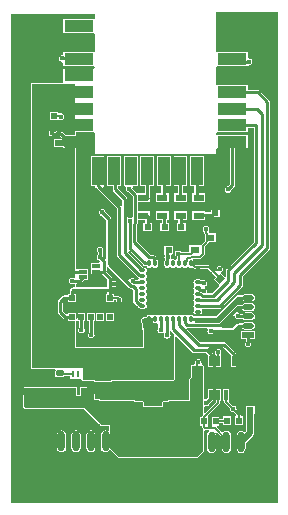
<source format=gtl>
G04 Layer_Physical_Order=1*
G04 Layer_Color=255*
%FSLAX44Y44*%
%MOMM*%
G71*
G01*
G75*
%ADD10R,2.4500X1.0000*%
%ADD11R,1.0000X2.4500*%
%ADD12R,0.6000X0.5000*%
G04:AMPARAMS|DCode=13|XSize=0.32mm|YSize=0.36mm|CornerRadius=0.08mm|HoleSize=0mm|Usage=FLASHONLY|Rotation=270.000|XOffset=0mm|YOffset=0mm|HoleType=Round|Shape=RoundedRectangle|*
%AMROUNDEDRECTD13*
21,1,0.3200,0.2000,0,0,270.0*
21,1,0.1600,0.3600,0,0,270.0*
1,1,0.1600,-0.1000,-0.0800*
1,1,0.1600,-0.1000,0.0800*
1,1,0.1600,0.1000,0.0800*
1,1,0.1600,0.1000,-0.0800*
%
%ADD13ROUNDEDRECTD13*%
G04:AMPARAMS|DCode=14|XSize=0.32mm|YSize=0.36mm|CornerRadius=0.08mm|HoleSize=0mm|Usage=FLASHONLY|Rotation=0.000|XOffset=0mm|YOffset=0mm|HoleType=Round|Shape=RoundedRectangle|*
%AMROUNDEDRECTD14*
21,1,0.3200,0.2000,0,0,0.0*
21,1,0.1600,0.3600,0,0,0.0*
1,1,0.1600,0.0800,-0.1000*
1,1,0.1600,-0.0800,-0.1000*
1,1,0.1600,-0.0800,0.1000*
1,1,0.1600,0.0800,0.1000*
%
%ADD14ROUNDEDRECTD14*%
%ADD15R,0.7300X0.3500*%
%ADD16R,0.5000X0.5000*%
%ADD17R,0.5000X0.5000*%
%ADD18R,0.9144X0.6096*%
%ADD19R,0.6096X0.5080*%
%ADD20R,0.7500X0.6000*%
G04:AMPARAMS|DCode=21|XSize=0.5mm|YSize=0.6mm|CornerRadius=0mm|HoleSize=0mm|Usage=FLASHONLY|Rotation=135.000|XOffset=0mm|YOffset=0mm|HoleType=Round|Shape=Rectangle|*
%AMROTATEDRECTD21*
4,1,4,0.3889,0.0353,-0.0353,-0.3889,-0.3889,-0.0353,0.0353,0.3889,0.3889,0.0353,0.0*
%
%ADD21ROTATEDRECTD21*%

%ADD22R,1.5000X1.0000*%
%ADD23R,1.0000X0.5000*%
G04:AMPARAMS|DCode=24|XSize=0.5mm|YSize=1mm|CornerRadius=0.25mm|HoleSize=0mm|Usage=FLASHONLY|Rotation=270.000|XOffset=0mm|YOffset=0mm|HoleType=Round|Shape=RoundedRectangle|*
%AMROUNDEDRECTD24*
21,1,0.5000,0.5000,0,0,270.0*
21,1,0.0000,1.0000,0,0,270.0*
1,1,0.5000,-0.2500,0.0000*
1,1,0.5000,-0.2500,0.0000*
1,1,0.5000,0.2500,0.0000*
1,1,0.5000,0.2500,0.0000*
%
%ADD24ROUNDEDRECTD24*%
%ADD25R,1.5000X1.2000*%
%ADD26R,0.5080X0.6096*%
G04:AMPARAMS|DCode=27|XSize=0.6096mm|YSize=0.9144mm|CornerRadius=0.1524mm|HoleSize=0mm|Usage=FLASHONLY|Rotation=270.000|XOffset=0mm|YOffset=0mm|HoleType=Round|Shape=RoundedRectangle|*
%AMROUNDEDRECTD27*
21,1,0.6096,0.6096,0,0,270.0*
21,1,0.3048,0.9144,0,0,270.0*
1,1,0.3048,-0.3048,-0.1524*
1,1,0.3048,-0.3048,0.1524*
1,1,0.3048,0.3048,0.1524*
1,1,0.3048,0.3048,-0.1524*
%
%ADD27ROUNDEDRECTD27*%
%ADD28R,1.4000X1.1000*%
G04:AMPARAMS|DCode=29|XSize=0.508mm|YSize=0.6096mm|CornerRadius=0.127mm|HoleSize=0mm|Usage=FLASHONLY|Rotation=270.000|XOffset=0mm|YOffset=0mm|HoleType=Round|Shape=RoundedRectangle|*
%AMROUNDEDRECTD29*
21,1,0.5080,0.3556,0,0,270.0*
21,1,0.2540,0.6096,0,0,270.0*
1,1,0.2540,-0.1778,-0.1270*
1,1,0.2540,-0.1778,0.1270*
1,1,0.2540,0.1778,0.1270*
1,1,0.2540,0.1778,-0.1270*
%
%ADD29ROUNDEDRECTD29*%
%ADD30R,0.5080X0.5080*%
%ADD31R,0.2540X0.5588*%
%ADD32R,0.5000X0.6000*%
G04:AMPARAMS|DCode=33|XSize=0.6096mm|YSize=1.7018mm|CornerRadius=0.3048mm|HoleSize=0mm|Usage=FLASHONLY|Rotation=0.000|XOffset=0mm|YOffset=0mm|HoleType=Round|Shape=RoundedRectangle|*
%AMROUNDEDRECTD33*
21,1,0.6096,1.0922,0,0,0.0*
21,1,0.0000,1.7018,0,0,0.0*
1,1,0.6096,0.0000,-0.5461*
1,1,0.6096,0.0000,-0.5461*
1,1,0.6096,0.0000,0.5461*
1,1,0.6096,0.0000,0.5461*
%
%ADD33ROUNDEDRECTD33*%
G04:AMPARAMS|DCode=34|XSize=2.8194mm|YSize=1.016mm|CornerRadius=0.508mm|HoleSize=0mm|Usage=FLASHONLY|Rotation=90.000|XOffset=0mm|YOffset=0mm|HoleType=Round|Shape=RoundedRectangle|*
%AMROUNDEDRECTD34*
21,1,2.8194,0.0000,0,0,90.0*
21,1,1.8034,1.0160,0,0,90.0*
1,1,1.0160,0.0000,0.9017*
1,1,1.0160,0.0000,-0.9017*
1,1,1.0160,0.0000,-0.9017*
1,1,1.0160,0.0000,0.9017*
%
%ADD34ROUNDEDRECTD34*%
G04:AMPARAMS|DCode=35|XSize=2mm|YSize=1.1mm|CornerRadius=0.275mm|HoleSize=0mm|Usage=FLASHONLY|Rotation=0.000|XOffset=0mm|YOffset=0mm|HoleType=Round|Shape=RoundedRectangle|*
%AMROUNDEDRECTD35*
21,1,2.0000,0.5500,0,0,0.0*
21,1,1.4500,1.1000,0,0,0.0*
1,1,0.5500,0.7250,-0.2750*
1,1,0.5500,-0.7250,-0.2750*
1,1,0.5500,-0.7250,0.2750*
1,1,0.5500,0.7250,0.2750*
%
%ADD35ROUNDEDRECTD35*%
%ADD36R,0.3000X0.8500*%
%ADD37R,1.6002X0.9144*%
%ADD38R,3.4500X3.4500*%
%ADD39O,0.6000X0.3000*%
%ADD40O,0.3000X0.6000*%
%ADD41C,0.2540*%
%ADD42C,0.1270*%
%ADD43C,0.5000*%
%ADD44C,0.4000*%
G36*
X438000Y1643762D02*
X429918D01*
X427765Y1645915D01*
X427093Y1646364D01*
X426372Y1646507D01*
X426126Y1646876D01*
X425610Y1647221D01*
X425000Y1647343D01*
X423000D01*
X422391Y1647221D01*
X421874Y1646876D01*
X421637Y1646522D01*
X420363D01*
X420126Y1646876D01*
X419609Y1647221D01*
X419000Y1647343D01*
X417000D01*
X416391Y1647221D01*
X415874Y1646876D01*
X415529Y1646359D01*
X415407Y1645750D01*
Y1644150D01*
X415529Y1643540D01*
X415874Y1643024D01*
X416391Y1642679D01*
X417000Y1642557D01*
X417175D01*
X417207Y1642536D01*
X418000Y1642378D01*
X425442D01*
X426385Y1641435D01*
X425899Y1640262D01*
X420238D01*
Y1633738D01*
X427762D01*
X427988Y1632562D01*
Y1632238D01*
X438000D01*
Y1523429D01*
X436730Y1522750D01*
X436578Y1522852D01*
X435500Y1523066D01*
X434422Y1522852D01*
X433509Y1522241D01*
X432898Y1521328D01*
X432684Y1520250D01*
X432898Y1519172D01*
X433509Y1518259D01*
X434422Y1517648D01*
X435500Y1517434D01*
X436578Y1517648D01*
X436730Y1517750D01*
X438000Y1517071D01*
Y1514822D01*
X436500D01*
X436500Y1514822D01*
X435707Y1514664D01*
X435035Y1514215D01*
X435035Y1514215D01*
X433785Y1512965D01*
X433336Y1512293D01*
X433178Y1511500D01*
X433178Y1511500D01*
Y1509012D01*
X431988D01*
Y1507822D01*
X428500D01*
X428500Y1507822D01*
X427707Y1507664D01*
X427035Y1507215D01*
X427035Y1507215D01*
X423785Y1503965D01*
X423336Y1503293D01*
X423178Y1502500D01*
X423178Y1502500D01*
Y1493500D01*
X423178Y1493500D01*
X423336Y1492707D01*
X423785Y1492035D01*
X427535Y1488285D01*
X427535Y1488285D01*
X428207Y1487836D01*
X429000Y1487678D01*
X431988D01*
Y1486488D01*
X438000D01*
Y1463000D01*
X496250D01*
Y1488750D01*
X503470D01*
Y1486450D01*
X503645Y1485567D01*
X504145Y1484819D01*
X504893Y1484319D01*
X505776Y1484144D01*
X506659Y1484319D01*
X506908Y1484486D01*
X508178Y1483862D01*
Y1480371D01*
X507648Y1479578D01*
X507434Y1478500D01*
X507648Y1477422D01*
X508259Y1476509D01*
X509172Y1475898D01*
X510250Y1475684D01*
X511328Y1475898D01*
X511923Y1476296D01*
X513008Y1476048D01*
X513331Y1475854D01*
X513488Y1475212D01*
X513398Y1475078D01*
X513184Y1474000D01*
X513398Y1472922D01*
X514009Y1472009D01*
X514922Y1471398D01*
X516000Y1471184D01*
X517078Y1471398D01*
X517991Y1472009D01*
X518602Y1472922D01*
X518816Y1474000D01*
X518602Y1475078D01*
X517991Y1475991D01*
X517848Y1476087D01*
Y1477413D01*
X519118Y1477798D01*
X519311Y1477509D01*
X522000Y1474820D01*
Y1437250D01*
X521459Y1436500D01*
X444250D01*
Y1446250D01*
X401500D01*
Y1686750D01*
X438000D01*
Y1643762D01*
D02*
G37*
G36*
X609500Y1332250D02*
X384000D01*
Y1746250D01*
X454500D01*
Y1742830D01*
X454012Y1741762D01*
X453230Y1741762D01*
X427988D01*
Y1730238D01*
X453230D01*
X454012Y1730238D01*
X454500Y1729170D01*
Y1714830D01*
X454012Y1713762D01*
X453230Y1713762D01*
X427988D01*
Y1712121D01*
X427006Y1711315D01*
X427000Y1711316D01*
X425922Y1711102D01*
X425009Y1710491D01*
X424398Y1709578D01*
X424184Y1708500D01*
X424398Y1707422D01*
X425009Y1706509D01*
X425922Y1705898D01*
X427000Y1705684D01*
X427006Y1705685D01*
X427988Y1704879D01*
Y1702238D01*
X453230D01*
X454012Y1702238D01*
X454500Y1701170D01*
Y1700830D01*
X454012Y1699762D01*
X453230Y1699762D01*
X427988D01*
Y1688845D01*
X427988Y1688238D01*
X426993Y1687575D01*
X401500D01*
X400917Y1687333D01*
X400675Y1686750D01*
Y1446250D01*
X400917Y1445667D01*
X401500Y1445425D01*
X420724D01*
X420869Y1445252D01*
X421287Y1444155D01*
X421058Y1443813D01*
X420900Y1443020D01*
Y1440480D01*
X421058Y1439687D01*
X421507Y1439015D01*
X422179Y1438566D01*
X422972Y1438408D01*
X426528D01*
X427321Y1438566D01*
X427993Y1439015D01*
X428219Y1439354D01*
X433718D01*
Y1437310D01*
X437448D01*
X437782Y1437310D01*
X439052Y1437310D01*
X442576Y1437310D01*
X443254Y1436663D01*
X443494Y1436335D01*
X443667Y1435917D01*
X444250Y1435675D01*
X453488D01*
Y1434488D01*
X469012D01*
Y1435675D01*
X521459D01*
X521524Y1435702D01*
X521591Y1435686D01*
X521808Y1435820D01*
X522043Y1435917D01*
X522069Y1435981D01*
X522128Y1436018D01*
X522669Y1436768D01*
X522728Y1437015D01*
X522825Y1437250D01*
Y1472336D01*
X523998Y1472822D01*
X537035Y1459785D01*
X537035Y1459785D01*
X537707Y1459336D01*
X538500Y1459178D01*
X538500Y1459178D01*
X548392D01*
X549685Y1457885D01*
X550488Y1457012D01*
X550488D01*
X550488Y1457012D01*
Y1446988D01*
X555012D01*
Y1457012D01*
X555012D01*
X554739Y1458169D01*
X554664Y1458543D01*
X554215Y1459215D01*
X554215Y1459215D01*
X550772Y1462658D01*
X550787Y1462901D01*
X551185Y1463928D01*
X563142D01*
X569185Y1457885D01*
X569988Y1457012D01*
X569988D01*
X569988Y1457012D01*
Y1446988D01*
X574512D01*
Y1457012D01*
X574512D01*
X574239Y1458169D01*
X574164Y1458543D01*
X573715Y1459215D01*
X573715Y1459215D01*
X565465Y1467465D01*
X564793Y1467914D01*
X564000Y1468072D01*
X564000Y1468072D01*
X543358D01*
X532715Y1478715D01*
X532715Y1478715D01*
X532184Y1479246D01*
X532699Y1480322D01*
X532798Y1480428D01*
X549690D01*
X550369Y1479158D01*
X550148Y1478828D01*
X549934Y1477750D01*
X550148Y1476672D01*
X550759Y1475759D01*
X551672Y1475148D01*
X552750Y1474934D01*
X553828Y1475148D01*
X554621Y1475678D01*
X572000D01*
X572000Y1475678D01*
X572793Y1475836D01*
X573465Y1476285D01*
X577108Y1479928D01*
X579461D01*
X579648Y1479648D01*
X580727Y1478927D01*
X582000Y1478674D01*
X587000D01*
X588273Y1478927D01*
X589352Y1479648D01*
X590073Y1480727D01*
X590326Y1482000D01*
X590073Y1483273D01*
X589352Y1484352D01*
X588273Y1485073D01*
X587000Y1485326D01*
X582000D01*
X580727Y1485073D01*
X579648Y1484352D01*
X579461Y1484072D01*
X576250D01*
X576250Y1484072D01*
X575457Y1483914D01*
X574785Y1483465D01*
X574785Y1483465D01*
X571142Y1479822D01*
X562435D01*
X562037Y1480849D01*
X562022Y1481092D01*
X571753Y1490823D01*
X572783Y1490323D01*
X572941Y1490215D01*
X573148Y1489172D01*
X573759Y1488259D01*
X574672Y1487648D01*
X575750Y1487434D01*
X576828Y1487648D01*
X577247Y1487928D01*
X579461D01*
X579648Y1487648D01*
X580727Y1486927D01*
X582000Y1486674D01*
X587000D01*
X588273Y1486927D01*
X589352Y1487648D01*
X590073Y1488727D01*
X590326Y1490000D01*
X590073Y1491273D01*
X589352Y1492352D01*
X588273Y1493073D01*
X587000Y1493326D01*
X582000D01*
X580727Y1493073D01*
X579648Y1492352D01*
X579461Y1492072D01*
X577854D01*
X577741Y1492241D01*
X576828Y1492852D01*
X575785Y1493059D01*
X575677Y1493217D01*
X575177Y1494247D01*
X576858Y1495928D01*
X579461D01*
X579648Y1495648D01*
X580727Y1494927D01*
X582000Y1494674D01*
X587000D01*
X588273Y1494927D01*
X589352Y1495648D01*
X590073Y1496727D01*
X590326Y1498000D01*
X590073Y1499273D01*
X589352Y1500352D01*
X588273Y1501073D01*
X587000Y1501326D01*
X582000D01*
X580727Y1501073D01*
X579648Y1500352D01*
X579461Y1500072D01*
X576000D01*
X575207Y1499914D01*
X574535Y1499465D01*
X574535Y1499465D01*
X559642Y1484572D01*
X540073D01*
X539598Y1485045D01*
X539352Y1485842D01*
X539388Y1485878D01*
X557700D01*
X557700Y1485878D01*
X558493Y1486036D01*
X559165Y1486485D01*
X576608Y1503928D01*
X579461D01*
X579648Y1503648D01*
X580727Y1502927D01*
X582000Y1502674D01*
X587000D01*
X588273Y1502927D01*
X589352Y1503648D01*
X590073Y1504727D01*
X590326Y1506000D01*
X590073Y1507273D01*
X589352Y1508352D01*
X588273Y1509073D01*
X587000Y1509326D01*
X582000D01*
X580727Y1509073D01*
X579648Y1508352D01*
X579461Y1508072D01*
X575750D01*
X574957Y1507914D01*
X574285Y1507465D01*
X574285Y1507465D01*
X556842Y1490022D01*
X537969D01*
X537907Y1490333D01*
X537407Y1491081D01*
X536659Y1491581D01*
X535776Y1491756D01*
X534893Y1491581D01*
X534145Y1491081D01*
X533998Y1490861D01*
X532554Y1490861D01*
X532407Y1491081D01*
X531659Y1491581D01*
X530776Y1491756D01*
X529893Y1491581D01*
X529145Y1491081D01*
X528998Y1490861D01*
X527554D01*
X527407Y1491081D01*
X526659Y1491581D01*
X525776Y1491756D01*
X524893Y1491581D01*
X524145Y1491081D01*
X523998Y1490861D01*
X522554D01*
X522407Y1491081D01*
X521659Y1491581D01*
X520776Y1491756D01*
X519893Y1491581D01*
X519145Y1491081D01*
X518998Y1490861D01*
X517554D01*
X517407Y1491081D01*
X516659Y1491581D01*
X515776Y1491756D01*
X514893Y1491581D01*
X514145Y1491081D01*
X513998Y1490861D01*
X512554Y1490861D01*
X512407Y1491081D01*
X511659Y1491581D01*
X510776Y1491756D01*
X509893Y1491581D01*
X509145Y1491081D01*
X508998Y1490860D01*
X507554Y1490860D01*
X507407Y1491081D01*
X506659Y1491581D01*
X505776Y1491756D01*
X504893Y1491581D01*
X504145Y1491081D01*
X503998Y1490861D01*
X502554Y1490861D01*
X502407Y1491081D01*
X501659Y1491581D01*
X500776Y1491756D01*
X499893Y1491581D01*
X499145Y1491081D01*
X498645Y1490333D01*
X498494Y1489575D01*
X496250D01*
X495667Y1489333D01*
X495584Y1489134D01*
X495172Y1489052D01*
X494259Y1488441D01*
X493648Y1487528D01*
X493434Y1486450D01*
X493648Y1485372D01*
X494178Y1484579D01*
Y1481000D01*
X494178Y1481000D01*
X494336Y1480207D01*
X494785Y1479535D01*
X495425Y1478895D01*
Y1463825D01*
X438825D01*
Y1485528D01*
X438825Y1486169D01*
X438920Y1486251D01*
X439908Y1486470D01*
X440032Y1486471D01*
X441178Y1486037D01*
Y1480371D01*
X440648Y1479578D01*
X440434Y1478500D01*
X440648Y1477422D01*
X441259Y1476509D01*
X442172Y1475898D01*
X443250Y1475684D01*
X444328Y1475898D01*
X445241Y1476509D01*
X445852Y1477422D01*
X446066Y1478500D01*
X445852Y1479578D01*
X445322Y1480371D01*
Y1486488D01*
X446512D01*
Y1493012D01*
X439988D01*
Y1488396D01*
X438718Y1487820D01*
X438512Y1488000D01*
Y1493012D01*
X431988D01*
Y1491822D01*
X429858D01*
X427322Y1494358D01*
Y1501642D01*
X429358Y1503678D01*
X431988D01*
Y1502488D01*
X438512D01*
Y1509012D01*
X437322D01*
Y1510642D01*
X437358Y1510678D01*
X465178D01*
Y1509012D01*
X463988D01*
Y1502488D01*
X470512D01*
Y1504238D01*
X472407D01*
Y1503500D01*
X472529Y1502891D01*
X472874Y1502374D01*
X473391Y1502029D01*
X474000Y1501907D01*
X476000D01*
X476609Y1502029D01*
X477126Y1502374D01*
X477471Y1502891D01*
X477593Y1503500D01*
Y1505100D01*
X477471Y1505710D01*
X477126Y1506226D01*
X476609Y1506571D01*
X476133Y1506666D01*
X476069Y1506819D01*
X475000Y1507262D01*
X470512D01*
Y1509012D01*
X469322D01*
Y1514638D01*
X469650Y1514907D01*
X471250D01*
X471860Y1515029D01*
X472376Y1515374D01*
X472721Y1515891D01*
X472843Y1516500D01*
Y1518500D01*
X472721Y1519109D01*
X472376Y1519626D01*
X471860Y1519971D01*
X471250Y1520093D01*
X469650D01*
X469322Y1520362D01*
Y1522250D01*
X469322Y1522250D01*
X469164Y1523043D01*
X468715Y1523715D01*
X464338Y1528092D01*
X464414Y1528207D01*
X464572Y1529000D01*
Y1531500D01*
X465842Y1532026D01*
X483685Y1514183D01*
X483685Y1514183D01*
X484357Y1513734D01*
X485150Y1513576D01*
X485150Y1513576D01*
X485744D01*
X487099Y1512222D01*
Y1503061D01*
X487098Y1503061D01*
X487256Y1502268D01*
X487705Y1501596D01*
X490348Y1498953D01*
X490348Y1498953D01*
X491020Y1498504D01*
X491060Y1498496D01*
X491145Y1498067D01*
X491645Y1497319D01*
X492393Y1496819D01*
X493276Y1496644D01*
X496276D01*
X497159Y1496819D01*
X497907Y1497319D01*
X498407Y1498067D01*
X498582Y1498950D01*
X498407Y1499833D01*
X497907Y1500581D01*
X497687Y1500728D01*
X497687Y1502172D01*
X497907Y1502319D01*
X498407Y1503067D01*
X498582Y1503950D01*
X498407Y1504833D01*
X497907Y1505581D01*
X497687Y1505728D01*
Y1507172D01*
X497907Y1507319D01*
X498407Y1508067D01*
X498582Y1508950D01*
X498407Y1509833D01*
X497907Y1510581D01*
X497687Y1510728D01*
X497687Y1512172D01*
X497907Y1512319D01*
X498407Y1513067D01*
X498582Y1513950D01*
X498407Y1514833D01*
X497907Y1515581D01*
X497687Y1515728D01*
X497687Y1517172D01*
X497907Y1517319D01*
X498407Y1518067D01*
X498582Y1518950D01*
X498407Y1519833D01*
X497907Y1520581D01*
X497687Y1520728D01*
X497687Y1522172D01*
X497907Y1522319D01*
X498407Y1523067D01*
X498582Y1523950D01*
X498407Y1524833D01*
X497907Y1525581D01*
X497687Y1525728D01*
Y1527172D01*
X497907Y1527319D01*
X498407Y1528067D01*
X498582Y1528950D01*
X498407Y1529833D01*
X497907Y1530581D01*
X497159Y1531081D01*
X496276Y1531256D01*
X495400D01*
X482525Y1544131D01*
X482607Y1544667D01*
X483959Y1545111D01*
X495585Y1533485D01*
X495585Y1533485D01*
X496257Y1533036D01*
X497050Y1532878D01*
X497050Y1532878D01*
X498583D01*
X498645Y1532567D01*
X499145Y1531819D01*
X499893Y1531319D01*
X500776Y1531144D01*
X501659Y1531319D01*
X502407Y1531819D01*
X502554Y1532039D01*
X503998D01*
X504145Y1531819D01*
X504893Y1531319D01*
X505776Y1531144D01*
X506659Y1531319D01*
X507407Y1531819D01*
X507907Y1532567D01*
X508082Y1533450D01*
Y1536450D01*
X507907Y1537333D01*
X507407Y1538081D01*
X506659Y1538581D01*
X506380Y1538636D01*
Y1539982D01*
X506222Y1540775D01*
X505773Y1541447D01*
X505101Y1541896D01*
X504308Y1542054D01*
X501602D01*
X490124Y1553532D01*
Y1567742D01*
X490247Y1567865D01*
X490247Y1567865D01*
X490696Y1568537D01*
X490854Y1569330D01*
Y1571440D01*
X497178D01*
Y1568882D01*
X495690D01*
Y1562278D01*
X503310D01*
Y1568882D01*
X501322D01*
Y1575000D01*
X501164Y1575793D01*
X501084Y1575913D01*
Y1579060D01*
X490854D01*
Y1586560D01*
X501084D01*
Y1589207D01*
X501164Y1589327D01*
X501322Y1590120D01*
X501164Y1590913D01*
X501084Y1591033D01*
Y1594180D01*
X501072D01*
Y1599988D01*
X504762D01*
Y1626012D01*
X493238D01*
Y1599988D01*
X496928D01*
Y1594180D01*
X490416D01*
X490247Y1594433D01*
X490247Y1594433D01*
X486525Y1598155D01*
X486413Y1598718D01*
X486645Y1599268D01*
X487180Y1599988D01*
X490762D01*
Y1626012D01*
X479238D01*
Y1599988D01*
X480368D01*
X480903Y1599268D01*
X481134Y1598718D01*
X480957Y1597828D01*
X481172Y1596750D01*
X481782Y1595837D01*
X482696Y1595226D01*
X483774Y1595012D01*
X483802Y1595018D01*
X486710Y1592110D01*
Y1574423D01*
X485440Y1573679D01*
X484750Y1573816D01*
X483672Y1573602D01*
X483342Y1573381D01*
X482072Y1574060D01*
Y1589500D01*
X482072Y1589500D01*
X481914Y1590293D01*
X481465Y1590965D01*
X481465Y1590965D01*
X473822Y1598608D01*
Y1599988D01*
X476762D01*
Y1626012D01*
X465238D01*
Y1599988D01*
X469678D01*
Y1597750D01*
X469678Y1597750D01*
X469836Y1596957D01*
X470285Y1596285D01*
X477928Y1588642D01*
Y1584185D01*
X476901Y1583787D01*
X476658Y1583772D01*
X461615Y1598815D01*
X462101Y1599988D01*
X462762D01*
Y1626012D01*
X451238D01*
Y1599988D01*
X455030D01*
X455086Y1599707D01*
X455535Y1599035D01*
X473178Y1581392D01*
Y1541981D01*
X473178Y1541981D01*
X473336Y1541188D01*
X473785Y1540516D01*
X490348Y1523953D01*
X490348Y1523953D01*
X491020Y1523504D01*
X491060Y1523496D01*
X491145Y1523067D01*
X491645Y1522319D01*
X491686Y1522292D01*
X491301Y1521022D01*
X489113D01*
X489102Y1521078D01*
X488491Y1521991D01*
X487578Y1522602D01*
X486500Y1522816D01*
X485422Y1522602D01*
X484509Y1521991D01*
X484118Y1521406D01*
X482693Y1521035D01*
X468572Y1535156D01*
Y1572500D01*
X468414Y1573293D01*
X467965Y1573965D01*
X467965Y1573965D01*
X463788Y1578142D01*
X463602Y1579078D01*
X462991Y1579991D01*
X462078Y1580602D01*
X461000Y1580816D01*
X459922Y1580602D01*
X459009Y1579991D01*
X458398Y1579078D01*
X458184Y1578000D01*
X458398Y1576922D01*
X459009Y1576009D01*
X459922Y1575398D01*
X460858Y1575212D01*
X464428Y1571642D01*
Y1539348D01*
X463158Y1538822D01*
X461443Y1540537D01*
Y1541000D01*
X461321Y1541609D01*
X461122Y1541908D01*
Y1544342D01*
X461321Y1544641D01*
X461443Y1545250D01*
Y1547250D01*
X461321Y1547859D01*
X460976Y1548376D01*
X460460Y1548721D01*
X459850Y1548843D01*
X458250D01*
X457641Y1548721D01*
X457124Y1548376D01*
X456779Y1547859D01*
X456657Y1547250D01*
Y1545250D01*
X456779Y1544641D01*
X456978Y1544342D01*
Y1541908D01*
X456779Y1541609D01*
X456657Y1541000D01*
Y1539000D01*
X456779Y1538391D01*
X457124Y1537874D01*
X457641Y1537529D01*
X458250Y1537407D01*
X458304D01*
X458787Y1536782D01*
X458190Y1535512D01*
X450938D01*
Y1525488D01*
X459762D01*
Y1525488D01*
X461032Y1525538D01*
X465178Y1521392D01*
Y1517000D01*
X465178Y1517000D01*
X465178Y1517000D01*
Y1514822D01*
X438825D01*
Y1517071D01*
X439144Y1517641D01*
X439720Y1518178D01*
X441900D01*
X441900Y1518178D01*
X442693Y1518336D01*
X443365Y1518785D01*
X445068Y1520488D01*
X449062D01*
Y1530512D01*
X440238D01*
Y1530072D01*
X438825D01*
Y1632238D01*
X438583Y1632821D01*
X438000Y1633063D01*
X428732D01*
X428572Y1633894D01*
X428438Y1634097D01*
X428345Y1634321D01*
X428270Y1634353D01*
X428225Y1634421D01*
X427987Y1634470D01*
X427762Y1634563D01*
X421063D01*
Y1639437D01*
X425899D01*
X426050Y1639500D01*
X426214D01*
X426330Y1639616D01*
X426482Y1639679D01*
X426545Y1639830D01*
X426661Y1639946D01*
X427147Y1641120D01*
Y1641284D01*
X427210Y1641435D01*
X427147Y1641587D01*
Y1641751D01*
X427031Y1641867D01*
X426968Y1642019D01*
X426025Y1642961D01*
X425442Y1643203D01*
X418081D01*
X417368Y1643345D01*
X416268Y1644053D01*
X416232Y1644231D01*
Y1645669D01*
X416306Y1646038D01*
X416469Y1646281D01*
X416712Y1646444D01*
X417081Y1646518D01*
X418919D01*
X419288Y1646444D01*
X419532Y1646281D01*
X419677Y1646064D01*
X419747Y1646017D01*
X419780Y1645939D01*
X420002Y1645847D01*
X420202Y1645713D01*
X420285Y1645729D01*
X420363Y1645697D01*
X421637D01*
X421715Y1645729D01*
X421798Y1645713D01*
X421998Y1645846D01*
X422220Y1645939D01*
X422253Y1646017D01*
X422323Y1646064D01*
X422468Y1646281D01*
X422712Y1646444D01*
X423081Y1646518D01*
X424919D01*
X425288Y1646444D01*
X425532Y1646281D01*
X425687Y1646049D01*
X426212Y1645698D01*
X426771Y1645587D01*
X427239Y1645274D01*
X429335Y1643179D01*
X429918Y1642937D01*
X438000D01*
X438583Y1643179D01*
X438825Y1643762D01*
Y1646238D01*
X453230D01*
X454012Y1646238D01*
X454500Y1645170D01*
Y1627750D01*
X557500D01*
Y1631170D01*
X557988Y1632238D01*
X558770Y1632238D01*
X568928D01*
Y1602108D01*
X567108Y1600288D01*
X566172Y1600102D01*
X565259Y1599491D01*
X564648Y1598578D01*
X564434Y1597500D01*
X564648Y1596422D01*
X565259Y1595509D01*
X566172Y1594898D01*
X567250Y1594684D01*
X568328Y1594898D01*
X569241Y1595509D01*
X569852Y1596422D01*
X570038Y1597358D01*
X572465Y1599785D01*
X572465Y1599785D01*
X572914Y1600457D01*
X573072Y1601250D01*
X573072Y1601250D01*
Y1632238D01*
X584012D01*
Y1643762D01*
X558770D01*
X557988Y1643762D01*
X557500Y1644830D01*
Y1645170D01*
X557988Y1646238D01*
X558770Y1646238D01*
X584012D01*
Y1649928D01*
X588928D01*
Y1553108D01*
X566285Y1530465D01*
X565836Y1529793D01*
X565678Y1529000D01*
X565678Y1529000D01*
Y1523759D01*
X564408Y1523233D01*
X561295Y1526347D01*
X561308Y1526864D01*
X561506Y1527767D01*
X562241Y1528259D01*
X562852Y1529172D01*
X563066Y1530250D01*
X562852Y1531328D01*
X562241Y1532241D01*
X561328Y1532852D01*
X560250Y1533066D01*
X559172Y1532852D01*
X558259Y1532241D01*
X557648Y1531328D01*
X557491Y1530539D01*
X554403D01*
X552026Y1532916D01*
X550957Y1533359D01*
X539779D01*
X538082Y1535056D01*
Y1536450D01*
X537907Y1537333D01*
X537649Y1537718D01*
X538119Y1538883D01*
X538212Y1538988D01*
X543250D01*
X544319Y1539431D01*
X547069Y1542181D01*
X547512Y1543250D01*
Y1549374D01*
X550876Y1552738D01*
X557012D01*
Y1560262D01*
X551863D01*
X550709Y1561463D01*
X550726Y1561874D01*
X551071Y1562390D01*
X551193Y1563000D01*
Y1565000D01*
X551071Y1565609D01*
X550726Y1566126D01*
X550210Y1566471D01*
X549600Y1566593D01*
X548000D01*
X547391Y1566471D01*
X546874Y1566126D01*
X546529Y1565609D01*
X546408Y1565000D01*
Y1563000D01*
X546529Y1562390D01*
X546874Y1561874D01*
X547288Y1561597D01*
Y1560200D01*
X547731Y1559131D01*
X547988Y1558873D01*
Y1554126D01*
X544931Y1551069D01*
X544689Y1550486D01*
X543512Y1550262D01*
X543512Y1550262D01*
X543512Y1550262D01*
X534488D01*
Y1544712D01*
X527403D01*
X527126Y1545126D01*
X526609Y1545471D01*
X526000Y1545593D01*
X524000D01*
X523390Y1545471D01*
X522874Y1545126D01*
X522528Y1544609D01*
X522407Y1544000D01*
Y1542400D01*
X522528Y1541790D01*
X522874Y1541274D01*
X523390Y1540929D01*
X524000Y1540807D01*
X524264D01*
Y1539020D01*
X523644Y1538393D01*
X522407Y1538081D01*
X521659Y1538581D01*
X520776Y1538756D01*
X519893Y1538581D01*
X519755Y1538488D01*
X518839Y1539404D01*
X518852Y1539422D01*
X519066Y1540500D01*
X518874Y1541468D01*
X518896Y1541646D01*
X519604Y1542738D01*
X521012D01*
Y1549262D01*
X513488D01*
Y1542738D01*
X513488Y1542738D01*
X513626Y1541468D01*
X513434Y1540500D01*
X513648Y1539422D01*
X513704Y1539339D01*
Y1537421D01*
X513645Y1537333D01*
X513470Y1536450D01*
Y1533450D01*
X513645Y1532567D01*
X514145Y1531819D01*
X514893Y1531319D01*
X515776Y1531144D01*
X516659Y1531319D01*
X517407Y1531819D01*
X517554Y1532039D01*
X518998Y1532039D01*
X519145Y1531819D01*
X519893Y1531319D01*
X520776Y1531144D01*
X521659Y1531319D01*
X522407Y1531819D01*
X522554Y1532039D01*
X523998D01*
X524145Y1531819D01*
X524893Y1531319D01*
X525776Y1531144D01*
X526659Y1531319D01*
X527407Y1531819D01*
X527554Y1532039D01*
X528998Y1532039D01*
X529145Y1531819D01*
X529893Y1531319D01*
X530776Y1531144D01*
X531659Y1531319D01*
X532407Y1531819D01*
X532554Y1532039D01*
X533998D01*
X534145Y1531819D01*
X534893Y1531319D01*
X535776Y1531144D01*
X536659Y1531319D01*
X537188Y1531673D01*
X538084Y1530778D01*
X539153Y1530335D01*
X550331D01*
X552708Y1527958D01*
X552708Y1527958D01*
X557401Y1523264D01*
X555569Y1521432D01*
X559888Y1517113D01*
X560137Y1515567D01*
X554110Y1509540D01*
X550423D01*
X549679Y1510810D01*
X549816Y1511500D01*
X549602Y1512578D01*
X548991Y1513491D01*
X548078Y1514102D01*
X547949Y1514127D01*
X547848Y1515190D01*
X547883Y1515435D01*
X548741Y1516009D01*
X549352Y1516922D01*
X549566Y1518000D01*
X549352Y1519078D01*
X548741Y1519991D01*
X548302Y1520285D01*
X548215Y1520415D01*
X547543Y1520864D01*
X546750Y1521022D01*
X544247D01*
X544159Y1521081D01*
X543276Y1521256D01*
X540276D01*
X539393Y1521081D01*
X538645Y1520581D01*
X538145Y1519833D01*
X537970Y1518950D01*
X538145Y1518067D01*
X538645Y1517319D01*
X538865Y1517172D01*
Y1515728D01*
X538645Y1515581D01*
X538145Y1514833D01*
X537970Y1513950D01*
X538145Y1513067D01*
X538645Y1512319D01*
X538865Y1512172D01*
X538865Y1510728D01*
X538645Y1510581D01*
X538145Y1509833D01*
X537970Y1508950D01*
X538145Y1508067D01*
X538645Y1507319D01*
X538865Y1507172D01*
X538865Y1505728D01*
X538645Y1505581D01*
X538145Y1504833D01*
X537970Y1503950D01*
X538145Y1503067D01*
X538645Y1502319D01*
X538865Y1502172D01*
X538865Y1500728D01*
X538645Y1500581D01*
X538145Y1499833D01*
X537970Y1498950D01*
X538145Y1498067D01*
X538645Y1497319D01*
X538865Y1497172D01*
X538865Y1495728D01*
X538645Y1495581D01*
X538145Y1494833D01*
X537970Y1493950D01*
X538145Y1493067D01*
X538645Y1492319D01*
X539393Y1491819D01*
X540276Y1491644D01*
X543276D01*
X544159Y1491819D01*
X544907Y1492319D01*
X545407Y1493067D01*
X545582Y1493950D01*
X545407Y1494833D01*
X545056Y1495358D01*
X545310Y1496174D01*
X545618Y1496628D01*
X560200D01*
X560200Y1496628D01*
X560993Y1496786D01*
X561665Y1497235D01*
X579215Y1514785D01*
X579215Y1514785D01*
X579664Y1515457D01*
X579822Y1516250D01*
Y1523892D01*
X602215Y1546285D01*
X602215Y1546285D01*
X602664Y1546957D01*
X602822Y1547750D01*
Y1671750D01*
X602822Y1671750D01*
X602664Y1672543D01*
X602215Y1673215D01*
X602215Y1673215D01*
X593965Y1681465D01*
X593293Y1681914D01*
X592500Y1682072D01*
X592500Y1682072D01*
X584012D01*
Y1685762D01*
X558770D01*
X557988Y1685762D01*
X557500Y1686830D01*
Y1701170D01*
X557988Y1702238D01*
X558770Y1702238D01*
X584012D01*
Y1702238D01*
X585250Y1702934D01*
X586328Y1703148D01*
X587241Y1703759D01*
X587852Y1704672D01*
X588066Y1705750D01*
X587852Y1706828D01*
X587241Y1707741D01*
X586328Y1708352D01*
X585250Y1708566D01*
X584012Y1709615D01*
Y1713762D01*
X558770D01*
X557988Y1713762D01*
X557500Y1714830D01*
Y1747750D01*
X609500D01*
Y1332250D01*
D02*
G37*
%LPC*%
G36*
X423762Y1663012D02*
X416238D01*
Y1656488D01*
X423762D01*
X423762Y1656488D01*
X425032Y1656626D01*
X426000Y1656434D01*
X427078Y1656648D01*
X427991Y1657259D01*
X428602Y1658172D01*
X428816Y1659250D01*
X428602Y1660328D01*
X427991Y1661241D01*
X427078Y1661852D01*
X426000Y1662066D01*
X425032Y1661874D01*
X424854Y1661896D01*
X423762Y1662604D01*
Y1663012D01*
D02*
G37*
G36*
X559000Y1462316D02*
X557922Y1462102D01*
X557009Y1461491D01*
X556398Y1460578D01*
X556184Y1459500D01*
X556398Y1458422D01*
X556571Y1458163D01*
X556988Y1457012D01*
X556988Y1457012D01*
X556988Y1457012D01*
Y1446988D01*
X561512D01*
Y1457012D01*
X561512Y1457012D01*
X561512D01*
X561508Y1458282D01*
X561602Y1458422D01*
X561816Y1459500D01*
X561602Y1460578D01*
X560991Y1461491D01*
X560078Y1462102D01*
X559000Y1462316D01*
D02*
G37*
G36*
X542250Y1453816D02*
X541172Y1453602D01*
X540259Y1452991D01*
X539648Y1452078D01*
X539434Y1451000D01*
X539575Y1450289D01*
X538892Y1449075D01*
X536762D01*
X536179Y1448833D01*
X535937Y1448250D01*
Y1439164D01*
X535620Y1438398D01*
X534917Y1437695D01*
X534675Y1437112D01*
Y1419575D01*
X517138D01*
X516555Y1419333D01*
X515870Y1418648D01*
X515104Y1418331D01*
X512513D01*
X511930Y1418089D01*
X511688Y1417506D01*
Y1414509D01*
X495812D01*
Y1417506D01*
X495570Y1418089D01*
X494987Y1418331D01*
X489896D01*
X489513Y1418489D01*
X489513D01*
X489513Y1418489D01*
X489130Y1418648D01*
X488445Y1419333D01*
X487862Y1419575D01*
X459092D01*
X458595Y1420071D01*
X458012Y1420313D01*
X454313D01*
Y1424012D01*
X454071Y1424595D01*
X448333Y1430333D01*
X447750Y1430575D01*
X442782D01*
X442199Y1430333D01*
X441957Y1429750D01*
Y1423469D01*
X439543D01*
Y1429750D01*
X439301Y1430333D01*
X438718Y1430575D01*
X395012D01*
X394429Y1430333D01*
X394187Y1429750D01*
Y1424867D01*
X393807Y1423949D01*
Y1423928D01*
X393799Y1423916D01*
X393755Y1423696D01*
X393718Y1423608D01*
Y1423512D01*
X393621Y1423024D01*
Y1419976D01*
X393718Y1419488D01*
Y1414207D01*
X393960Y1413624D01*
X395667Y1411917D01*
X396250Y1411675D01*
X399969D01*
X400042Y1411705D01*
X400050Y1411707D01*
X400058Y1411705D01*
X400131Y1411675D01*
X412669D01*
X412742Y1411705D01*
X412750Y1411707D01*
X412758Y1411705D01*
X412831Y1411675D01*
X425369D01*
X425442Y1411705D01*
X425450Y1411707D01*
X425458Y1411705D01*
X425531Y1411675D01*
X438069D01*
X438142Y1411705D01*
X438150Y1411707D01*
X438158Y1411705D01*
X438231Y1411675D01*
X445408D01*
X459917Y1397167D01*
X460500Y1396925D01*
X466925D01*
Y1393699D01*
X465655Y1393020D01*
X465237Y1393300D01*
X463750Y1393596D01*
X462263Y1393300D01*
X461003Y1392458D01*
X460161Y1391198D01*
X459865Y1389711D01*
Y1378789D01*
X460161Y1377302D01*
X461003Y1376042D01*
X462263Y1375200D01*
X463750Y1374904D01*
X465237Y1375200D01*
X466497Y1376042D01*
X466797Y1376491D01*
X468410Y1376673D01*
X474667Y1370417D01*
X475250Y1370175D01*
X541500D01*
X541514Y1370181D01*
X541528Y1370176D01*
X541804Y1370301D01*
X542083Y1370417D01*
X542089Y1370431D01*
X542103Y1370437D01*
X545593Y1374177D01*
X546583Y1375167D01*
X546825Y1375750D01*
Y1392850D01*
X548000Y1393738D01*
X551031D01*
X551417Y1392468D01*
X550653Y1391958D01*
X549811Y1390697D01*
X549515Y1389211D01*
Y1378289D01*
X549811Y1376802D01*
X550653Y1375542D01*
X551913Y1374700D01*
X553400Y1374404D01*
X554887Y1374700D01*
X556147Y1375542D01*
X556989Y1376802D01*
X557285Y1378289D01*
Y1389211D01*
X556989Y1390697D01*
X556729Y1391086D01*
X557715Y1391896D01*
X562115Y1387496D01*
Y1378289D01*
X562411Y1376803D01*
X563253Y1375542D01*
X564513Y1374700D01*
X566000Y1374404D01*
X567487Y1374700D01*
X568747Y1375542D01*
X569589Y1376803D01*
X569885Y1378289D01*
Y1389211D01*
X569589Y1390698D01*
X568747Y1391958D01*
X567487Y1392800D01*
X566000Y1393096D01*
X564513Y1392800D01*
X563253Y1391958D01*
X562049Y1391839D01*
X557718Y1396170D01*
X557835Y1396873D01*
X558108Y1397440D01*
X560132D01*
Y1399738D01*
X563448D01*
Y1397690D01*
X570052D01*
Y1405310D01*
X563448D01*
Y1402762D01*
X560132D01*
Y1405060D01*
X553528D01*
Y1398032D01*
X553528Y1397440D01*
X552539Y1396762D01*
X551041D01*
X550052Y1397440D01*
Y1405060D01*
X550052Y1405060D01*
X550052D01*
X550531Y1406143D01*
X560319Y1415931D01*
X560762Y1417000D01*
Y1418588D01*
X561512D01*
Y1428612D01*
X556988D01*
Y1418588D01*
X556993D01*
X557430Y1417318D01*
X547998Y1407887D01*
X546825Y1408373D01*
Y1413604D01*
X547653Y1414203D01*
X548095Y1414364D01*
X549000Y1414184D01*
X550078Y1414398D01*
X550991Y1415009D01*
X551602Y1415922D01*
X551788Y1416858D01*
X553518Y1418588D01*
X555012D01*
Y1428612D01*
X550488D01*
Y1421418D01*
X548858Y1419788D01*
X548095Y1419636D01*
X547653Y1419797D01*
X546825Y1420396D01*
Y1448250D01*
X546583Y1448833D01*
X546000Y1449075D01*
X545696D01*
X544936Y1450345D01*
X545066Y1451000D01*
X544852Y1452078D01*
X544241Y1452991D01*
X543328Y1453602D01*
X542250Y1453816D01*
D02*
G37*
G36*
X454512Y1493012D02*
X447988D01*
Y1486488D01*
X449428D01*
Y1476121D01*
X448898Y1475328D01*
X448684Y1474250D01*
X448898Y1473172D01*
X449509Y1472259D01*
X450422Y1471648D01*
X451500Y1471434D01*
X452578Y1471648D01*
X453491Y1472259D01*
X454102Y1473172D01*
X454316Y1474250D01*
X454102Y1475328D01*
X453572Y1476121D01*
Y1486488D01*
X454512D01*
Y1493012D01*
D02*
G37*
G36*
X590262Y1477262D02*
X578738D01*
Y1470738D01*
X582178D01*
Y1468621D01*
X581648Y1467828D01*
X581434Y1466750D01*
X581648Y1465672D01*
X582259Y1464759D01*
X583172Y1464148D01*
X584250Y1463934D01*
X585328Y1464148D01*
X586241Y1464759D01*
X586852Y1465672D01*
X587066Y1466750D01*
X586852Y1467828D01*
X586322Y1468621D01*
Y1470738D01*
X590262D01*
Y1477262D01*
D02*
G37*
G36*
X568012Y1428612D02*
X563488D01*
Y1418588D01*
X564238D01*
Y1417500D01*
X564681Y1416431D01*
X569005Y1412107D01*
X568934Y1411750D01*
X569148Y1410672D01*
X569759Y1409759D01*
X570672Y1409148D01*
X571750Y1408934D01*
X572107Y1409005D01*
X574532Y1406580D01*
X574006Y1405310D01*
X573528D01*
Y1397690D01*
X580132D01*
Y1405310D01*
X578342D01*
Y1406420D01*
X577899Y1407489D01*
X574412Y1410976D01*
X574566Y1411750D01*
X574352Y1412828D01*
X573741Y1413741D01*
X572828Y1414352D01*
X571750Y1414566D01*
X570976Y1414412D01*
X568053Y1417335D01*
X568012Y1418588D01*
X568012D01*
Y1428612D01*
D02*
G37*
G36*
X451250Y1393596D02*
X449763Y1393300D01*
X448503Y1392458D01*
X447661Y1391198D01*
X447365Y1389711D01*
Y1378789D01*
X447661Y1377302D01*
X448503Y1376042D01*
X449763Y1375200D01*
X451250Y1374904D01*
X452737Y1375200D01*
X453997Y1376042D01*
X454839Y1377302D01*
X455135Y1378789D01*
Y1389711D01*
X454839Y1391198D01*
X453997Y1392458D01*
X452737Y1393300D01*
X451250Y1393596D01*
D02*
G37*
G36*
X426204D02*
X424717Y1393300D01*
X423457Y1392458D01*
X422615Y1391198D01*
X422319Y1389711D01*
Y1378789D01*
X422615Y1377302D01*
X423457Y1376042D01*
X424717Y1375200D01*
X426204Y1374904D01*
X427691Y1375200D01*
X428951Y1376042D01*
X429793Y1377302D01*
X430089Y1378789D01*
Y1389711D01*
X429793Y1391198D01*
X428951Y1392458D01*
X427691Y1393300D01*
X426204Y1393596D01*
D02*
G37*
G36*
X586250Y1414076D02*
X586130Y1414052D01*
X582440D01*
Y1407448D01*
X582924D01*
Y1392878D01*
X581936Y1391890D01*
X581247Y1391958D01*
X579987Y1392800D01*
X578500Y1393096D01*
X577014Y1392800D01*
X575753Y1391958D01*
X574911Y1390698D01*
X574615Y1389211D01*
Y1378289D01*
X574911Y1376803D01*
X575753Y1375542D01*
X577014Y1374700D01*
X578500Y1374404D01*
X579987Y1374700D01*
X581247Y1375542D01*
X582089Y1376803D01*
X582385Y1378289D01*
Y1382931D01*
X588602Y1389148D01*
X589323Y1390227D01*
X589576Y1391500D01*
Y1407448D01*
X590060D01*
Y1414052D01*
X586370D01*
X586250Y1414076D01*
D02*
G37*
G36*
X438650Y1393596D02*
X437164Y1393300D01*
X435903Y1392458D01*
X435061Y1391198D01*
X434766Y1389711D01*
Y1378789D01*
X435061Y1377303D01*
X435903Y1376042D01*
X437164Y1375200D01*
X438650Y1374904D01*
X440137Y1375200D01*
X441397Y1376042D01*
X442239Y1377303D01*
X442535Y1378789D01*
Y1389711D01*
X442239Y1391198D01*
X441397Y1392458D01*
X440137Y1393300D01*
X438650Y1393596D01*
D02*
G37*
G36*
X518762Y1626012D02*
X507238D01*
Y1599988D01*
X510928D01*
Y1594180D01*
X506416D01*
Y1586560D01*
X517084D01*
Y1594180D01*
X515072D01*
Y1599988D01*
X518762D01*
Y1626012D01*
D02*
G37*
G36*
X560560Y1580472D02*
X552940D01*
Y1578072D01*
X547834D01*
Y1579060D01*
X537166D01*
Y1571440D01*
X547834D01*
Y1573928D01*
X552940D01*
Y1573868D01*
X560560D01*
Y1580472D01*
D02*
G37*
G36*
X546762Y1626012D02*
X535238D01*
Y1599988D01*
X538928D01*
Y1594180D01*
X537166D01*
Y1586560D01*
X547834D01*
Y1594180D01*
X543072D01*
Y1599988D01*
X546762D01*
Y1626012D01*
D02*
G37*
G36*
X532762D02*
X521238D01*
Y1599988D01*
X524928D01*
Y1594180D01*
X521916D01*
Y1586560D01*
X532584D01*
Y1594180D01*
X529072D01*
Y1599988D01*
X532762D01*
Y1626012D01*
D02*
G37*
G36*
X470512Y1493012D02*
X463988D01*
Y1486488D01*
X470512D01*
Y1493012D01*
D02*
G37*
G36*
X462512Y1493012D02*
X455988D01*
Y1486488D01*
X462512D01*
Y1493012D01*
D02*
G37*
G36*
X517084Y1579060D02*
X506416D01*
Y1571440D01*
X511178D01*
Y1569132D01*
X509940D01*
Y1562528D01*
X517560D01*
Y1569132D01*
X515322D01*
Y1571440D01*
X517084D01*
Y1579060D01*
D02*
G37*
G36*
X532584D02*
X521916D01*
Y1571440D01*
X525178D01*
Y1568882D01*
X523940D01*
Y1562278D01*
X531560D01*
Y1568882D01*
X529322D01*
Y1571440D01*
X532584D01*
Y1579060D01*
D02*
G37*
%LPD*%
G36*
X546000Y1405888D02*
X545681Y1405569D01*
X545470Y1405060D01*
X543448D01*
Y1397440D01*
X545238D01*
Y1396500D01*
X545681Y1395431D01*
X546000Y1395112D01*
Y1375750D01*
X545000Y1374750D01*
X541500Y1371000D01*
X475250D01*
X467750Y1378500D01*
Y1397750D01*
X460500D01*
X445750Y1412500D01*
X438231D01*
X438150Y1412516D01*
X438069Y1412500D01*
X425531D01*
X425450Y1412516D01*
X425369Y1412500D01*
X412831D01*
X412750Y1412516D01*
X412669Y1412500D01*
X400131D01*
X400050Y1412516D01*
X399969Y1412500D01*
X396250D01*
X394543Y1414207D01*
Y1423608D01*
X394569Y1423633D01*
X395012Y1424703D01*
Y1429750D01*
X438718D01*
Y1422644D01*
X442782D01*
Y1429750D01*
X447750D01*
X453488Y1424012D01*
Y1419488D01*
X458012D01*
X458750Y1418750D01*
X487862D01*
X488663Y1417949D01*
X489197Y1417727D01*
X489732Y1417506D01*
X494987D01*
Y1413684D01*
X512513D01*
Y1417506D01*
X515268D01*
X516337Y1417949D01*
X517138Y1418750D01*
X535500D01*
Y1437112D01*
X536319Y1437931D01*
X536762Y1439000D01*
Y1448250D01*
X546000D01*
Y1405888D01*
D02*
G37*
D10*
X441000Y1666000D02*
D03*
Y1652000D02*
D03*
Y1680000D02*
D03*
Y1694000D02*
D03*
Y1708000D02*
D03*
Y1736000D02*
D03*
Y1722000D02*
D03*
Y1638000D02*
D03*
X571000D02*
D03*
Y1722000D02*
D03*
Y1736000D02*
D03*
Y1708000D02*
D03*
Y1694000D02*
D03*
Y1680000D02*
D03*
Y1652000D02*
D03*
Y1666000D02*
D03*
D11*
X555000Y1613000D02*
D03*
X471000D02*
D03*
X457000D02*
D03*
X485000D02*
D03*
X499000D02*
D03*
X513000D02*
D03*
X541000D02*
D03*
X527000D02*
D03*
D12*
X424000Y1637000D02*
D03*
X414000Y1637000D02*
D03*
X420000Y1659750D02*
D03*
X410000Y1659750D02*
D03*
X500250Y1477000D02*
D03*
X490250D02*
D03*
X507250Y1546000D02*
D03*
X517250Y1546000D02*
D03*
D13*
X475000Y1504300D02*
D03*
X475000Y1498700D02*
D03*
X525000Y1543200D02*
D03*
X525000Y1548800D02*
D03*
X418000Y1650550D02*
D03*
X418000Y1644950D02*
D03*
X424000Y1650550D02*
D03*
X424000Y1644950D02*
D03*
D14*
X470450Y1517500D02*
D03*
X476050D02*
D03*
X459050Y1546250D02*
D03*
X453450Y1546250D02*
D03*
X459050Y1540000D02*
D03*
X453450Y1540000D02*
D03*
X543200Y1564000D02*
D03*
X548800Y1564000D02*
D03*
D15*
X455350Y1523000D02*
D03*
Y1528000D02*
D03*
Y1533000D02*
D03*
X444650Y1523000D02*
D03*
Y1528000D02*
D03*
Y1533000D02*
D03*
D16*
X467250Y1489750D02*
D03*
X459250Y1489750D02*
D03*
X451250D02*
D03*
X443250Y1489750D02*
D03*
X435250Y1489750D02*
D03*
X435250Y1505750D02*
D03*
X443250D02*
D03*
X451250Y1505750D02*
D03*
X459250Y1505750D02*
D03*
X467250Y1505750D02*
D03*
D17*
X435250Y1497750D02*
D03*
X467250Y1497750D02*
D03*
D18*
X495750Y1575250D02*
D03*
Y1590370D02*
D03*
X511750Y1575250D02*
D03*
Y1590370D02*
D03*
X527250Y1575250D02*
D03*
Y1590370D02*
D03*
X542500Y1575250D02*
D03*
Y1590370D02*
D03*
D19*
X556750Y1577170D02*
D03*
X556750Y1587250D02*
D03*
X527750Y1565580D02*
D03*
Y1555500D02*
D03*
X513750Y1565830D02*
D03*
Y1555750D02*
D03*
X499500Y1565580D02*
D03*
Y1555500D02*
D03*
X586250Y1410750D02*
D03*
X586250Y1420830D02*
D03*
D20*
X539000Y1546500D02*
D03*
Y1556500D02*
D03*
X552500Y1546500D02*
D03*
X552500Y1556500D02*
D03*
D21*
X553464Y1514714D02*
D03*
X560536Y1521786D02*
D03*
D22*
X598648Y1461000D02*
D03*
D23*
X584500Y1474000D02*
D03*
D24*
X584500Y1482000D02*
D03*
X584500Y1490000D02*
D03*
X584500Y1498000D02*
D03*
Y1506000D02*
D03*
X584500Y1514000D02*
D03*
D25*
X598648Y1527000D02*
D03*
D26*
X546750Y1401250D02*
D03*
X556830Y1401250D02*
D03*
X566750Y1401500D02*
D03*
X576830Y1401500D02*
D03*
D27*
X482750Y1426000D02*
D03*
X482750Y1440000D02*
D03*
X399000Y1435500D02*
D03*
X399000Y1421500D02*
D03*
D28*
X461250Y1425750D02*
D03*
X461250Y1440750D02*
D03*
X417250Y1680250D02*
D03*
X417250Y1695250D02*
D03*
D29*
X424750Y1441750D02*
D03*
X424750Y1433750D02*
D03*
D30*
X440750Y1433500D02*
D03*
D31*
X435750Y1440866D02*
D03*
X440750Y1440866D02*
D03*
X445830Y1440866D02*
D03*
X445830Y1426200D02*
D03*
X440750Y1426200D02*
D03*
X435750Y1426200D02*
D03*
D32*
X412250Y1434000D02*
D03*
X412250Y1424000D02*
D03*
D33*
X578500Y1383750D02*
D03*
X566000D02*
D03*
X553400Y1383750D02*
D03*
X540954Y1383750D02*
D03*
X476250Y1384250D02*
D03*
X463750D02*
D03*
X451250Y1384250D02*
D03*
X438650Y1384250D02*
D03*
X426204Y1384250D02*
D03*
X413504Y1384250D02*
D03*
D34*
X598000Y1352250D02*
D03*
X521396Y1352250D02*
D03*
X495750Y1352750D02*
D03*
X394200Y1352750D02*
D03*
D35*
X562500Y1437800D02*
D03*
D36*
X552750Y1423600D02*
D03*
X559250Y1423600D02*
D03*
X565750D02*
D03*
X572250Y1423600D02*
D03*
X552750Y1452000D02*
D03*
X559250Y1452000D02*
D03*
X565750Y1452000D02*
D03*
X572250Y1452000D02*
D03*
D37*
X503750Y1419018D02*
D03*
X503750Y1448250D02*
D03*
D38*
X518276Y1511450D02*
D03*
D39*
X541776Y1528950D02*
D03*
Y1523950D02*
D03*
Y1518950D02*
D03*
Y1513950D02*
D03*
X541776Y1508950D02*
D03*
X541776Y1503950D02*
D03*
X541776Y1498950D02*
D03*
X541776Y1493950D02*
D03*
X494776D02*
D03*
X494776Y1498950D02*
D03*
X494776Y1503950D02*
D03*
X494776Y1508950D02*
D03*
X494776Y1513950D02*
D03*
X494776Y1518950D02*
D03*
X494776Y1523950D02*
D03*
X494776Y1528950D02*
D03*
D40*
X535776Y1487950D02*
D03*
X530776Y1487950D02*
D03*
X525776Y1487950D02*
D03*
X520776Y1487950D02*
D03*
X515776D02*
D03*
X510776Y1487950D02*
D03*
X505776Y1487950D02*
D03*
X500776Y1487950D02*
D03*
X500776Y1534950D02*
D03*
X505776D02*
D03*
X510776Y1534950D02*
D03*
X515776Y1534950D02*
D03*
X520776Y1534950D02*
D03*
X525776Y1534950D02*
D03*
X530776Y1534950D02*
D03*
X535776D02*
D03*
D41*
X492908Y1500418D02*
X494576Y1498750D01*
X541776Y1518950D02*
X546750D01*
X515776Y1534950D02*
Y1544526D01*
X413750Y1652000D02*
X441000D01*
X417250Y1680000D02*
X441000D01*
X499500Y1555500D02*
X527750D01*
X598648Y1461000D02*
Y1527000D01*
X449250Y1543250D02*
X453450D01*
X427250Y1722000D02*
X441000D01*
X416250Y1696000D02*
Y1705500D01*
X426300Y1644450D02*
X432750Y1638000D01*
X443250Y1498000D02*
Y1505750D01*
X418000Y1644450D02*
X426300D01*
X459750Y1497750D02*
X467250D01*
X435250D02*
X451000D01*
X496250Y1481000D02*
X500250Y1477000D01*
X496250Y1481000D02*
Y1486450D01*
X500776Y1477526D02*
Y1487950D01*
X582250Y1722500D02*
X583000D01*
X541526Y1503700D02*
X557700D01*
X491813Y1525418D02*
X494776D01*
X541526Y1498700D02*
X560200D01*
X541526Y1508700D02*
X544098D01*
X542500Y1576000D02*
X554500D01*
X541750Y1575250D02*
X542500Y1576000D01*
X513250Y1566330D02*
Y1575250D01*
X483922Y1597828D02*
X488782Y1592968D01*
Y1569330D02*
Y1592968D01*
X488052Y1568600D02*
X488782Y1569330D01*
X488052Y1552674D02*
Y1568600D01*
Y1552674D02*
X500744Y1539982D01*
X547500Y1523950D02*
X550450D01*
X541776D02*
X547500D01*
X546750Y1518000D02*
Y1518950D01*
X545219Y1512002D02*
X545466D01*
X544739Y1512482D02*
X545219Y1512002D01*
X543244Y1512482D02*
X544739D01*
X541776Y1513950D02*
X543244Y1512482D01*
X545968Y1511500D02*
X547000D01*
X545466Y1512002D02*
X545968Y1511500D01*
X554968Y1507468D02*
X567750Y1520250D01*
X545330Y1507468D02*
X554968D01*
X544098Y1508700D02*
X545330Y1507468D01*
X549950Y1528050D02*
Y1528950D01*
Y1528050D02*
X552250Y1525750D01*
X552750Y1477750D02*
X572000D01*
X576250Y1482000D01*
X560500Y1482500D02*
X576000Y1498000D01*
X532750Y1482500D02*
X560500D01*
X531250Y1477250D02*
X531250D01*
X542500Y1466000D01*
X564000D01*
X572250Y1457750D01*
X462500Y1529000D02*
Y1536550D01*
X459050Y1540000D02*
X462500Y1536550D01*
X466500Y1534298D02*
Y1572500D01*
X572250Y1452000D02*
X572250Y1457750D01*
X572250Y1451000D02*
Y1452000D01*
X559250Y1451000D02*
Y1452000D01*
X552750Y1452000D02*
X552750Y1457750D01*
X552750Y1451000D02*
Y1452000D01*
X576250Y1482000D02*
X584500D01*
X598648Y1461000D02*
X598648Y1461000D01*
Y1527000D02*
X600500Y1528852D01*
X585648Y1514000D02*
X598648Y1527000D01*
X584500Y1514000D02*
X585648D01*
X600500Y1528852D02*
Y1536250D01*
X575750Y1490250D02*
X576000Y1490000D01*
X584500D01*
X538500Y1461250D02*
X549250D01*
X520776Y1478974D02*
X538500Y1461250D01*
X520776Y1478974D02*
Y1487950D01*
X525776Y1482724D02*
X531250Y1477250D01*
X525776Y1482724D02*
Y1487950D01*
X530776Y1484474D02*
Y1487950D01*
Y1484474D02*
X532750Y1482500D01*
X576000Y1498000D02*
X584500D01*
X575750Y1506000D02*
X584500D01*
X557700Y1487950D02*
X575750Y1506000D01*
X535776Y1487950D02*
X557700D01*
X584250Y1473750D02*
X584500Y1474000D01*
X584250Y1466750D02*
Y1473750D01*
X549000Y1417000D02*
X552750Y1420750D01*
X552750Y1422600D01*
X549250Y1461250D02*
X552750Y1457750D01*
X600750Y1547750D02*
Y1671750D01*
X577750Y1524750D02*
X600750Y1547750D01*
X577750Y1516250D02*
Y1524750D01*
X560200Y1498700D02*
X577750Y1516250D01*
X596000Y1550250D02*
Y1661500D01*
X572750Y1527000D02*
X596000Y1550250D01*
X572750Y1518750D02*
Y1527000D01*
X557700Y1503700D02*
X572750Y1518750D01*
X591000Y1552250D02*
Y1651750D01*
X567750Y1529000D02*
X591000Y1552250D01*
X567750Y1520250D02*
Y1529000D01*
X571000Y1708000D02*
X573250Y1705750D01*
X585250D01*
X413250Y1676250D02*
X417250Y1680250D01*
X413750Y1666000D02*
X441000D01*
X427000Y1708500D02*
X440500D01*
X441000Y1708000D01*
X453450Y1543250D02*
Y1546250D01*
X476050Y1515200D02*
X478500Y1512750D01*
X476050Y1515200D02*
Y1517500D01*
X467250Y1517000D02*
Y1522250D01*
Y1511750D02*
Y1517000D01*
X467750Y1517500D01*
X470450D01*
X485150Y1515648D02*
X486602D01*
X466500Y1534298D02*
X485150Y1515648D01*
X486602D02*
X489170Y1513080D01*
X453450Y1540000D02*
Y1543250D01*
X444750Y1538750D02*
X449250Y1543250D01*
X459050Y1540000D02*
Y1546250D01*
X461500Y1528000D02*
X462500Y1529000D01*
X489170Y1503061D02*
Y1513080D01*
Y1503061D02*
X491813Y1500418D01*
X492908D01*
X487550Y1518950D02*
X494776D01*
X486500Y1520000D02*
X487550Y1518950D01*
X435500Y1520250D02*
X441900D01*
X444650Y1523000D01*
X458000D02*
X461000Y1520000D01*
X455350Y1523000D02*
X458000D01*
X444650Y1538650D02*
X444750Y1538750D01*
X444650Y1533000D02*
Y1538650D01*
X434750Y1528000D02*
X444650D01*
X467250Y1505750D02*
Y1511750D01*
X461500Y1528000D02*
X467250Y1522250D01*
X455350Y1528000D02*
X461500D01*
X461000Y1578000D02*
X466500Y1572500D01*
X435250Y1505750D02*
Y1511500D01*
X436500Y1512750D01*
X466250D01*
X467250Y1511750D01*
X451000Y1497750D02*
X459250D01*
X435250Y1497750D02*
X435250Y1497750D01*
X459250D02*
Y1505750D01*
X451000Y1497750D02*
X451250Y1498000D01*
Y1505750D01*
X429000Y1489750D02*
X435250D01*
X425250Y1493500D02*
X429000Y1489750D01*
X425250Y1493500D02*
Y1502500D01*
X428500Y1505750D01*
X435250D01*
X435250Y1497750D02*
X440000D01*
X451250Y1489750D02*
X451500Y1489500D01*
Y1474250D02*
Y1489500D01*
X515776Y1474224D02*
X516000Y1474000D01*
X515776Y1474224D02*
Y1487950D01*
X510250Y1487424D02*
X510776Y1487950D01*
X510250Y1478500D02*
Y1487424D01*
X443250Y1478750D02*
X443250Y1478500D01*
X443250Y1478750D02*
Y1489750D01*
X457000Y1600500D02*
X475250Y1582250D01*
Y1541981D02*
Y1582250D01*
Y1541981D02*
X491813Y1525418D01*
X471750Y1597750D02*
Y1612250D01*
Y1597750D02*
X480000Y1589500D01*
Y1543726D02*
Y1589500D01*
Y1543726D02*
X494776Y1528950D01*
X484750Y1547250D02*
Y1571000D01*
Y1547250D02*
X497050Y1534950D01*
X457000Y1600500D02*
Y1613000D01*
X494776Y1523950D02*
Y1525418D01*
X500744Y1539982D02*
X504308D01*
X555000Y1613000D02*
X564000D01*
X483774Y1597828D02*
X483922D01*
X504308Y1536418D02*
Y1539982D01*
Y1536418D02*
X505776Y1534950D01*
X494576Y1498750D02*
X494776Y1498950D01*
X567250Y1597500D02*
X571000Y1601250D01*
Y1638000D01*
X497050Y1534950D02*
X500776D01*
X471000Y1613000D02*
X471750Y1612250D01*
X500250Y1477000D02*
X500776Y1477526D01*
X507250Y1546000D02*
Y1555250D01*
Y1546000D02*
X510776Y1542474D01*
Y1534950D02*
Y1542474D01*
X515776Y1544526D02*
X517250Y1546000D01*
X517250Y1546000D01*
X500776Y1493950D02*
X518276Y1511450D01*
X494776Y1493950D02*
X500776D01*
X510776Y1518950D02*
X518276Y1511450D01*
X510776Y1518950D02*
Y1534950D01*
X518276Y1511450D02*
X530776Y1523950D01*
X541776D01*
X550450D02*
X552250Y1525750D01*
X541776Y1528950D02*
X549950D01*
X555000Y1595500D02*
Y1613000D01*
X499250Y1565830D02*
X499500Y1565580D01*
X499250Y1565830D02*
Y1575000D01*
X513250Y1566330D02*
X513750Y1565830D01*
X527250Y1566080D02*
X527750Y1565580D01*
X527250Y1566080D02*
Y1575250D01*
X541000Y1591120D02*
X541750Y1590370D01*
X541000Y1591120D02*
Y1613000D01*
X527000Y1590620D02*
X527250Y1590370D01*
X527000Y1590620D02*
Y1613000D01*
X513000Y1590620D02*
X513250Y1590370D01*
X513000Y1590620D02*
Y1613000D01*
X499000Y1590370D02*
X499250Y1590120D01*
X499000Y1590370D02*
Y1613000D01*
X571000Y1680000D02*
X592500D01*
X600750Y1671750D01*
X571000Y1666000D02*
X591500D01*
X596000Y1661500D01*
X590750Y1652000D02*
X591000Y1651750D01*
X571000Y1652000D02*
X590750D01*
D42*
X565750Y1417500D02*
X576830Y1406420D01*
X403700Y1426200D02*
X435750D01*
X445830Y1440866D02*
X496366D01*
X598000Y1421000D02*
Y1460352D01*
Y1360500D02*
Y1421000D01*
Y1352250D02*
Y1360500D01*
X586250Y1420830D02*
X597830D01*
X495750Y1352750D02*
X597500D01*
X535250Y1439000D02*
Y1449696D01*
X515268Y1419018D02*
X535250Y1439000D01*
X467250Y1498700D02*
X475000D01*
X420000Y1659750D02*
X426000D01*
X439660Y1638000D02*
X440330Y1637330D01*
X424000Y1638000D02*
X429750D01*
X490250Y1477000D02*
Y1483000D01*
X401000Y1433500D02*
X440750D01*
X393031Y1385750D02*
Y1424234D01*
X394531Y1384250D02*
X413504D01*
X393031Y1361250D02*
Y1385750D01*
Y1353919D02*
Y1361250D01*
X518276Y1499500D02*
Y1511450D01*
X489750Y1483000D02*
X490250D01*
X426000Y1659250D02*
Y1659750D01*
X424000Y1637000D02*
Y1638000D01*
X432750D02*
X439660D01*
X429750D02*
X432750D01*
X467250Y1505750D02*
X475000D01*
Y1504300D02*
Y1505750D01*
X467250Y1497750D02*
Y1498700D01*
X554750Y1587500D02*
X555000Y1587750D01*
Y1595500D01*
X560500Y1546500D02*
X561750Y1545250D01*
X552500Y1546500D02*
X560500D01*
X538250Y1556500D02*
X539000D01*
X528750D02*
X538250D01*
X527750Y1555500D02*
X528750Y1556500D01*
X525000Y1548800D02*
X530550D01*
X538250Y1556500D01*
X539000D02*
X543200Y1560700D01*
Y1564000D01*
X548800Y1560200D02*
X552500Y1556500D01*
X548800Y1560200D02*
Y1564000D01*
X546000Y1550000D02*
X552500Y1556500D01*
X546000Y1543250D02*
Y1550000D01*
X543250Y1540500D02*
X546000Y1543250D01*
X536326Y1540500D02*
X543250D01*
X535173Y1539347D02*
X536326Y1540500D01*
X532879Y1539347D02*
X535173D01*
X532879Y1537053D02*
Y1539347D01*
X530776Y1534950D02*
X532879Y1537053D01*
X525000Y1543200D02*
X525776Y1542424D01*
Y1534950D02*
Y1542424D01*
X535700Y1543200D02*
X539000Y1546500D01*
X525000Y1543200D02*
X535700D01*
X553777Y1529027D02*
X560536Y1522268D01*
X550957Y1531847D02*
X553777Y1529027D01*
X559027D02*
X560250Y1530250D01*
X553777Y1529027D02*
X559027D01*
X535776Y1534950D02*
X536050D01*
X539153Y1531847D01*
X550957D01*
X560536Y1521786D02*
Y1522268D01*
X553464Y1514714D02*
Y1516090D01*
X547500Y1522054D02*
X553464Y1516090D01*
X547500Y1522054D02*
Y1523950D01*
X503750Y1448250D02*
X514750D01*
X516500Y1450000D01*
X476250Y1384250D02*
Y1398000D01*
X464750Y1409500D02*
X476250Y1398000D01*
X452250Y1409500D02*
X464750D01*
X489732Y1419018D02*
X503750D01*
X482750Y1426000D02*
X489732Y1419018D01*
X393031Y1385750D02*
X394531Y1384250D01*
X393031Y1353919D02*
X394200Y1352750D01*
X393031Y1424234D02*
X393500Y1424703D01*
Y1435500D01*
X399000D01*
X424750Y1441750D02*
X425634Y1440866D01*
X435750D01*
X399000Y1435500D02*
X401000Y1433500D01*
X440750Y1426200D02*
X440750Y1426200D01*
Y1433500D01*
X447500D01*
X455250Y1425750D01*
X461250D01*
X461500Y1426000D01*
X482750D01*
X503750Y1419018D02*
X515268D01*
X535250Y1449696D02*
X541804Y1456250D01*
X545647Y1452407D01*
Y1451378D02*
Y1452407D01*
Y1451378D02*
X550671Y1446353D01*
X553947D01*
X562500Y1437800D01*
X597830Y1420830D02*
X598000Y1421000D01*
Y1460352D02*
X598648Y1461000D01*
X597500Y1352750D02*
X598000Y1352250D01*
X500250Y1451750D02*
X503750Y1448250D01*
X500250Y1451750D02*
Y1477000D01*
X496366Y1440866D02*
X503750Y1448250D01*
X546750Y1396500D02*
Y1401250D01*
Y1396500D02*
X548000Y1395250D01*
X556500D01*
X566000Y1385750D01*
Y1383750D02*
Y1385750D01*
X566500Y1401250D02*
X566750Y1401500D01*
X556830Y1401250D02*
X566500D01*
X576830Y1401500D02*
Y1406420D01*
X565750Y1417500D02*
Y1423600D01*
X546750Y1401250D02*
Y1404500D01*
X559250Y1417000D01*
Y1423600D01*
X583480Y1423600D02*
X586250Y1420830D01*
X572250Y1423600D02*
X583480D01*
X562500Y1437800D02*
X572250Y1428050D01*
Y1423600D02*
Y1428050D01*
X562500Y1437800D02*
X565750Y1441050D01*
Y1452000D01*
X559250Y1452000D02*
Y1459250D01*
X559000Y1459500D02*
X559250Y1459250D01*
X540954Y1449704D02*
X542250Y1451000D01*
X540954Y1383750D02*
Y1449704D01*
X476250Y1384250D02*
X476750Y1383750D01*
X540954D01*
X443250Y1418500D02*
X452250Y1409500D01*
X445830Y1421080D02*
Y1426200D01*
X443250Y1418500D02*
X445830Y1421080D01*
X437750Y1418500D02*
X443250D01*
X435750Y1420500D02*
X437750Y1418500D01*
X435750Y1420500D02*
Y1426200D01*
X399000Y1421500D02*
X403700Y1426200D01*
D43*
X578500Y1383750D02*
X586250Y1391500D01*
Y1410750D01*
D44*
X603250Y1739900D02*
D03*
X596900Y1727200D02*
D03*
X603250Y1714500D02*
D03*
X596900Y1701800D02*
D03*
X603250Y1689100D02*
D03*
Y1511300D02*
D03*
X596900Y1498600D02*
D03*
X603250Y1485900D02*
D03*
X596900Y1473200D02*
D03*
Y1447800D02*
D03*
X603250Y1435100D02*
D03*
X596900Y1422400D02*
D03*
X603250Y1409700D02*
D03*
X596900Y1397000D02*
D03*
X603250Y1384300D02*
D03*
X596900Y1371600D02*
D03*
X590550Y1739900D02*
D03*
Y1714500D02*
D03*
X584200Y1625600D02*
D03*
Y1574800D02*
D03*
Y1524000D02*
D03*
X590550Y1485900D02*
D03*
Y1435100D02*
D03*
Y1384300D02*
D03*
X584200Y1371600D02*
D03*
Y1346200D02*
D03*
X577850Y1612900D02*
D03*
Y1587500D02*
D03*
X571500Y1574800D02*
D03*
X577850Y1562100D02*
D03*
X571500Y1549400D02*
D03*
Y1473200D02*
D03*
X577850Y1460500D02*
D03*
X571500Y1371600D02*
D03*
X577850Y1358900D02*
D03*
X571500Y1346200D02*
D03*
X565150Y1562100D02*
D03*
Y1536700D02*
D03*
Y1409700D02*
D03*
X558800Y1371600D02*
D03*
X565150Y1358900D02*
D03*
X558800Y1346200D02*
D03*
X552450Y1536700D02*
D03*
X546100Y1371600D02*
D03*
X552450Y1358900D02*
D03*
X546100Y1346200D02*
D03*
X533400Y1447800D02*
D03*
X539750Y1358900D02*
D03*
X533400Y1346200D02*
D03*
X527050Y1460500D02*
D03*
X520700Y1422400D02*
D03*
X508000Y1346200D02*
D03*
X482600Y1498600D02*
D03*
Y1346200D02*
D03*
X469900Y1574800D02*
D03*
X476250Y1485900D02*
D03*
X469900Y1371600D02*
D03*
X476250Y1358900D02*
D03*
X469900Y1346200D02*
D03*
X463550Y1587500D02*
D03*
X457200Y1574800D02*
D03*
Y1397000D02*
D03*
Y1371600D02*
D03*
X463550Y1358900D02*
D03*
X457200Y1346200D02*
D03*
X444500Y1600200D02*
D03*
X450850Y1587500D02*
D03*
X444500Y1574800D02*
D03*
X450850Y1562100D02*
D03*
X444500Y1549400D02*
D03*
Y1498600D02*
D03*
Y1473200D02*
D03*
Y1397000D02*
D03*
Y1371600D02*
D03*
X450850Y1358900D02*
D03*
X444500Y1346200D02*
D03*
X438150Y1409700D02*
D03*
X431800Y1397000D02*
D03*
Y1371600D02*
D03*
X438150Y1358900D02*
D03*
X431800Y1346200D02*
D03*
X425450Y1739900D02*
D03*
X419100Y1727200D02*
D03*
X425450Y1714500D02*
D03*
Y1409700D02*
D03*
X419100Y1397000D02*
D03*
Y1371600D02*
D03*
X425450Y1358900D02*
D03*
X419100Y1346200D02*
D03*
X412750Y1739900D02*
D03*
X406400Y1727200D02*
D03*
X412750Y1714500D02*
D03*
X406400Y1701800D02*
D03*
X412750Y1409700D02*
D03*
X406400Y1397000D02*
D03*
Y1371600D02*
D03*
X412750Y1358900D02*
D03*
X406400Y1346200D02*
D03*
X400050Y1739900D02*
D03*
X393700Y1727200D02*
D03*
X400050Y1714500D02*
D03*
X393700Y1701800D02*
D03*
Y1676400D02*
D03*
Y1651000D02*
D03*
Y1625600D02*
D03*
Y1600200D02*
D03*
Y1574800D02*
D03*
Y1549400D02*
D03*
Y1524000D02*
D03*
Y1498600D02*
D03*
Y1473200D02*
D03*
Y1447800D02*
D03*
X400050Y1409700D02*
D03*
X393700Y1397000D02*
D03*
X400050Y1384300D02*
D03*
X393700Y1371600D02*
D03*
X597500Y1340250D02*
D03*
Y1346500D02*
D03*
X597500Y1352750D02*
D03*
X598000Y1360500D02*
D03*
X522000Y1343250D02*
D03*
Y1349500D02*
D03*
Y1358500D02*
D03*
Y1363750D02*
D03*
X496000Y1339500D02*
D03*
X495750Y1346000D02*
D03*
X495750Y1352750D02*
D03*
X495250Y1361250D02*
D03*
X393000Y1340500D02*
D03*
Y1347000D02*
D03*
X393031Y1353919D02*
D03*
Y1361250D02*
D03*
X496250Y1486450D02*
D03*
X518276Y1499500D02*
D03*
X489750Y1483000D02*
D03*
X426000Y1659250D02*
D03*
X583000Y1694000D02*
D03*
Y1736000D02*
D03*
Y1722500D02*
D03*
X429750Y1638000D02*
D03*
X416000Y1705500D02*
D03*
X555000Y1613000D02*
D03*
X561750Y1545250D02*
D03*
X516250Y1540500D02*
D03*
X560250Y1530250D02*
D03*
X546750Y1518000D02*
D03*
X547000Y1511500D02*
D03*
X552250Y1525750D02*
D03*
X516500Y1450000D02*
D03*
X552750Y1477750D02*
D03*
X463750Y1384250D02*
D03*
X451250Y1384250D02*
D03*
X571750Y1411750D02*
D03*
X553400Y1383750D02*
D03*
X559000Y1459500D02*
D03*
X542250Y1451000D02*
D03*
X600500Y1536250D02*
D03*
X575750Y1490250D02*
D03*
X584250Y1466750D02*
D03*
X549000Y1417000D02*
D03*
X585250Y1705750D02*
D03*
X427250Y1721750D02*
D03*
X427000Y1708500D02*
D03*
X478500Y1512750D02*
D03*
X486500Y1520000D02*
D03*
X435500Y1520250D02*
D03*
X459750Y1497500D02*
D03*
X461000Y1520000D02*
D03*
X507000Y1555750D02*
D03*
X444750Y1538750D02*
D03*
X434750Y1528000D02*
D03*
X451500Y1474250D02*
D03*
X516000Y1474000D02*
D03*
X510250Y1478500D02*
D03*
X443250D02*
D03*
X461000Y1578000D02*
D03*
X484750Y1571000D02*
D03*
X564000Y1613000D02*
D03*
X483774Y1597828D02*
D03*
X567250Y1597500D02*
D03*
M02*

</source>
